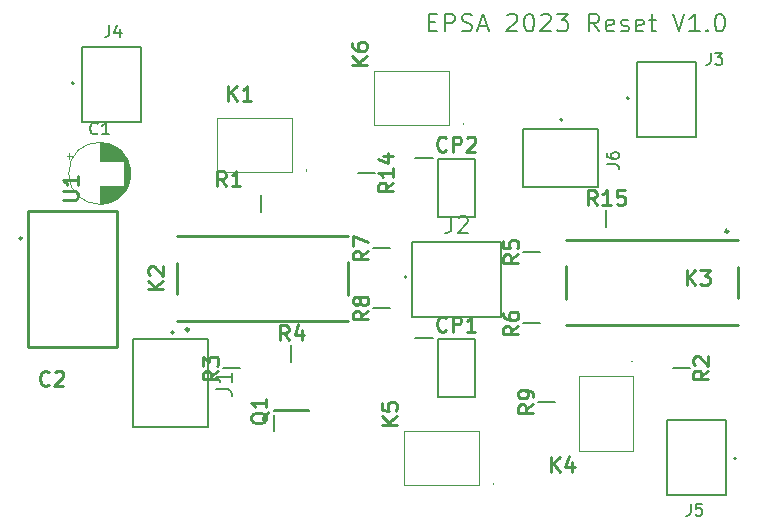
<source format=gbr>
%TF.GenerationSoftware,KiCad,Pcbnew,7.0.2*%
%TF.CreationDate,2023-06-01T11:44:41+02:00*%
%TF.ProjectId,AMS & IMD Reset,414d5320-2620-4494-9d44-205265736574,rev?*%
%TF.SameCoordinates,Original*%
%TF.FileFunction,Legend,Top*%
%TF.FilePolarity,Positive*%
%FSLAX46Y46*%
G04 Gerber Fmt 4.6, Leading zero omitted, Abs format (unit mm)*
G04 Created by KiCad (PCBNEW 7.0.2) date 2023-06-01 11:44:41*
%MOMM*%
%LPD*%
G01*
G04 APERTURE LIST*
%ADD10C,0.150000*%
%ADD11C,0.254000*%
%ADD12C,0.200000*%
%ADD13C,0.100000*%
%ADD14C,0.127000*%
%ADD15C,0.120000*%
G04 APERTURE END LIST*
D10*
X155140001Y-78368214D02*
X155640001Y-78368214D01*
X155854287Y-79153928D02*
X155140001Y-79153928D01*
X155140001Y-79153928D02*
X155140001Y-77653928D01*
X155140001Y-77653928D02*
X155854287Y-77653928D01*
X156497144Y-79153928D02*
X156497144Y-77653928D01*
X156497144Y-77653928D02*
X157068573Y-77653928D01*
X157068573Y-77653928D02*
X157211430Y-77725357D01*
X157211430Y-77725357D02*
X157282859Y-77796785D01*
X157282859Y-77796785D02*
X157354287Y-77939642D01*
X157354287Y-77939642D02*
X157354287Y-78153928D01*
X157354287Y-78153928D02*
X157282859Y-78296785D01*
X157282859Y-78296785D02*
X157211430Y-78368214D01*
X157211430Y-78368214D02*
X157068573Y-78439642D01*
X157068573Y-78439642D02*
X156497144Y-78439642D01*
X157925716Y-79082500D02*
X158140002Y-79153928D01*
X158140002Y-79153928D02*
X158497144Y-79153928D01*
X158497144Y-79153928D02*
X158640002Y-79082500D01*
X158640002Y-79082500D02*
X158711430Y-79011071D01*
X158711430Y-79011071D02*
X158782859Y-78868214D01*
X158782859Y-78868214D02*
X158782859Y-78725357D01*
X158782859Y-78725357D02*
X158711430Y-78582500D01*
X158711430Y-78582500D02*
X158640002Y-78511071D01*
X158640002Y-78511071D02*
X158497144Y-78439642D01*
X158497144Y-78439642D02*
X158211430Y-78368214D01*
X158211430Y-78368214D02*
X158068573Y-78296785D01*
X158068573Y-78296785D02*
X157997144Y-78225357D01*
X157997144Y-78225357D02*
X157925716Y-78082500D01*
X157925716Y-78082500D02*
X157925716Y-77939642D01*
X157925716Y-77939642D02*
X157997144Y-77796785D01*
X157997144Y-77796785D02*
X158068573Y-77725357D01*
X158068573Y-77725357D02*
X158211430Y-77653928D01*
X158211430Y-77653928D02*
X158568573Y-77653928D01*
X158568573Y-77653928D02*
X158782859Y-77725357D01*
X159354287Y-78725357D02*
X160068573Y-78725357D01*
X159211430Y-79153928D02*
X159711430Y-77653928D01*
X159711430Y-77653928D02*
X160211430Y-79153928D01*
X161782858Y-77796785D02*
X161854286Y-77725357D01*
X161854286Y-77725357D02*
X161997144Y-77653928D01*
X161997144Y-77653928D02*
X162354286Y-77653928D01*
X162354286Y-77653928D02*
X162497144Y-77725357D01*
X162497144Y-77725357D02*
X162568572Y-77796785D01*
X162568572Y-77796785D02*
X162640001Y-77939642D01*
X162640001Y-77939642D02*
X162640001Y-78082500D01*
X162640001Y-78082500D02*
X162568572Y-78296785D01*
X162568572Y-78296785D02*
X161711429Y-79153928D01*
X161711429Y-79153928D02*
X162640001Y-79153928D01*
X163568572Y-77653928D02*
X163711429Y-77653928D01*
X163711429Y-77653928D02*
X163854286Y-77725357D01*
X163854286Y-77725357D02*
X163925715Y-77796785D01*
X163925715Y-77796785D02*
X163997143Y-77939642D01*
X163997143Y-77939642D02*
X164068572Y-78225357D01*
X164068572Y-78225357D02*
X164068572Y-78582500D01*
X164068572Y-78582500D02*
X163997143Y-78868214D01*
X163997143Y-78868214D02*
X163925715Y-79011071D01*
X163925715Y-79011071D02*
X163854286Y-79082500D01*
X163854286Y-79082500D02*
X163711429Y-79153928D01*
X163711429Y-79153928D02*
X163568572Y-79153928D01*
X163568572Y-79153928D02*
X163425715Y-79082500D01*
X163425715Y-79082500D02*
X163354286Y-79011071D01*
X163354286Y-79011071D02*
X163282857Y-78868214D01*
X163282857Y-78868214D02*
X163211429Y-78582500D01*
X163211429Y-78582500D02*
X163211429Y-78225357D01*
X163211429Y-78225357D02*
X163282857Y-77939642D01*
X163282857Y-77939642D02*
X163354286Y-77796785D01*
X163354286Y-77796785D02*
X163425715Y-77725357D01*
X163425715Y-77725357D02*
X163568572Y-77653928D01*
X164640000Y-77796785D02*
X164711428Y-77725357D01*
X164711428Y-77725357D02*
X164854286Y-77653928D01*
X164854286Y-77653928D02*
X165211428Y-77653928D01*
X165211428Y-77653928D02*
X165354286Y-77725357D01*
X165354286Y-77725357D02*
X165425714Y-77796785D01*
X165425714Y-77796785D02*
X165497143Y-77939642D01*
X165497143Y-77939642D02*
X165497143Y-78082500D01*
X165497143Y-78082500D02*
X165425714Y-78296785D01*
X165425714Y-78296785D02*
X164568571Y-79153928D01*
X164568571Y-79153928D02*
X165497143Y-79153928D01*
X165997142Y-77653928D02*
X166925714Y-77653928D01*
X166925714Y-77653928D02*
X166425714Y-78225357D01*
X166425714Y-78225357D02*
X166639999Y-78225357D01*
X166639999Y-78225357D02*
X166782857Y-78296785D01*
X166782857Y-78296785D02*
X166854285Y-78368214D01*
X166854285Y-78368214D02*
X166925714Y-78511071D01*
X166925714Y-78511071D02*
X166925714Y-78868214D01*
X166925714Y-78868214D02*
X166854285Y-79011071D01*
X166854285Y-79011071D02*
X166782857Y-79082500D01*
X166782857Y-79082500D02*
X166639999Y-79153928D01*
X166639999Y-79153928D02*
X166211428Y-79153928D01*
X166211428Y-79153928D02*
X166068571Y-79082500D01*
X166068571Y-79082500D02*
X165997142Y-79011071D01*
X169568570Y-79153928D02*
X169068570Y-78439642D01*
X168711427Y-79153928D02*
X168711427Y-77653928D01*
X168711427Y-77653928D02*
X169282856Y-77653928D01*
X169282856Y-77653928D02*
X169425713Y-77725357D01*
X169425713Y-77725357D02*
X169497142Y-77796785D01*
X169497142Y-77796785D02*
X169568570Y-77939642D01*
X169568570Y-77939642D02*
X169568570Y-78153928D01*
X169568570Y-78153928D02*
X169497142Y-78296785D01*
X169497142Y-78296785D02*
X169425713Y-78368214D01*
X169425713Y-78368214D02*
X169282856Y-78439642D01*
X169282856Y-78439642D02*
X168711427Y-78439642D01*
X170782856Y-79082500D02*
X170639999Y-79153928D01*
X170639999Y-79153928D02*
X170354285Y-79153928D01*
X170354285Y-79153928D02*
X170211427Y-79082500D01*
X170211427Y-79082500D02*
X170139999Y-78939642D01*
X170139999Y-78939642D02*
X170139999Y-78368214D01*
X170139999Y-78368214D02*
X170211427Y-78225357D01*
X170211427Y-78225357D02*
X170354285Y-78153928D01*
X170354285Y-78153928D02*
X170639999Y-78153928D01*
X170639999Y-78153928D02*
X170782856Y-78225357D01*
X170782856Y-78225357D02*
X170854285Y-78368214D01*
X170854285Y-78368214D02*
X170854285Y-78511071D01*
X170854285Y-78511071D02*
X170139999Y-78653928D01*
X171425713Y-79082500D02*
X171568570Y-79153928D01*
X171568570Y-79153928D02*
X171854284Y-79153928D01*
X171854284Y-79153928D02*
X171997141Y-79082500D01*
X171997141Y-79082500D02*
X172068570Y-78939642D01*
X172068570Y-78939642D02*
X172068570Y-78868214D01*
X172068570Y-78868214D02*
X171997141Y-78725357D01*
X171997141Y-78725357D02*
X171854284Y-78653928D01*
X171854284Y-78653928D02*
X171639999Y-78653928D01*
X171639999Y-78653928D02*
X171497141Y-78582500D01*
X171497141Y-78582500D02*
X171425713Y-78439642D01*
X171425713Y-78439642D02*
X171425713Y-78368214D01*
X171425713Y-78368214D02*
X171497141Y-78225357D01*
X171497141Y-78225357D02*
X171639999Y-78153928D01*
X171639999Y-78153928D02*
X171854284Y-78153928D01*
X171854284Y-78153928D02*
X171997141Y-78225357D01*
X173282856Y-79082500D02*
X173139999Y-79153928D01*
X173139999Y-79153928D02*
X172854285Y-79153928D01*
X172854285Y-79153928D02*
X172711427Y-79082500D01*
X172711427Y-79082500D02*
X172639999Y-78939642D01*
X172639999Y-78939642D02*
X172639999Y-78368214D01*
X172639999Y-78368214D02*
X172711427Y-78225357D01*
X172711427Y-78225357D02*
X172854285Y-78153928D01*
X172854285Y-78153928D02*
X173139999Y-78153928D01*
X173139999Y-78153928D02*
X173282856Y-78225357D01*
X173282856Y-78225357D02*
X173354285Y-78368214D01*
X173354285Y-78368214D02*
X173354285Y-78511071D01*
X173354285Y-78511071D02*
X172639999Y-78653928D01*
X173782856Y-78153928D02*
X174354284Y-78153928D01*
X173997141Y-77653928D02*
X173997141Y-78939642D01*
X173997141Y-78939642D02*
X174068570Y-79082500D01*
X174068570Y-79082500D02*
X174211427Y-79153928D01*
X174211427Y-79153928D02*
X174354284Y-79153928D01*
X175782856Y-77653928D02*
X176282856Y-79153928D01*
X176282856Y-79153928D02*
X176782856Y-77653928D01*
X178068570Y-79153928D02*
X177211427Y-79153928D01*
X177639998Y-79153928D02*
X177639998Y-77653928D01*
X177639998Y-77653928D02*
X177497141Y-77868214D01*
X177497141Y-77868214D02*
X177354284Y-78011071D01*
X177354284Y-78011071D02*
X177211427Y-78082500D01*
X178711426Y-79011071D02*
X178782855Y-79082500D01*
X178782855Y-79082500D02*
X178711426Y-79153928D01*
X178711426Y-79153928D02*
X178639998Y-79082500D01*
X178639998Y-79082500D02*
X178711426Y-79011071D01*
X178711426Y-79011071D02*
X178711426Y-79153928D01*
X179711427Y-77653928D02*
X179854284Y-77653928D01*
X179854284Y-77653928D02*
X179997141Y-77725357D01*
X179997141Y-77725357D02*
X180068570Y-77796785D01*
X180068570Y-77796785D02*
X180139998Y-77939642D01*
X180139998Y-77939642D02*
X180211427Y-78225357D01*
X180211427Y-78225357D02*
X180211427Y-78582500D01*
X180211427Y-78582500D02*
X180139998Y-78868214D01*
X180139998Y-78868214D02*
X180068570Y-79011071D01*
X180068570Y-79011071D02*
X179997141Y-79082500D01*
X179997141Y-79082500D02*
X179854284Y-79153928D01*
X179854284Y-79153928D02*
X179711427Y-79153928D01*
X179711427Y-79153928D02*
X179568570Y-79082500D01*
X179568570Y-79082500D02*
X179497141Y-79011071D01*
X179497141Y-79011071D02*
X179425712Y-78868214D01*
X179425712Y-78868214D02*
X179354284Y-78582500D01*
X179354284Y-78582500D02*
X179354284Y-78225357D01*
X179354284Y-78225357D02*
X179425712Y-77939642D01*
X179425712Y-77939642D02*
X179497141Y-77796785D01*
X179497141Y-77796785D02*
X179568570Y-77725357D01*
X179568570Y-77725357D02*
X179711427Y-77653928D01*
%TO.C,*%
D11*
%TO.C,R15*%
X169351670Y-93855555D02*
X168928336Y-93250793D01*
X168625955Y-93855555D02*
X168625955Y-92585555D01*
X168625955Y-92585555D02*
X169109765Y-92585555D01*
X169109765Y-92585555D02*
X169230717Y-92646031D01*
X169230717Y-92646031D02*
X169291194Y-92706507D01*
X169291194Y-92706507D02*
X169351670Y-92827459D01*
X169351670Y-92827459D02*
X169351670Y-93008888D01*
X169351670Y-93008888D02*
X169291194Y-93129840D01*
X169291194Y-93129840D02*
X169230717Y-93190317D01*
X169230717Y-93190317D02*
X169109765Y-93250793D01*
X169109765Y-93250793D02*
X168625955Y-93250793D01*
X170561194Y-93855555D02*
X169835479Y-93855555D01*
X170198336Y-93855555D02*
X170198336Y-92585555D01*
X170198336Y-92585555D02*
X170077384Y-92766983D01*
X170077384Y-92766983D02*
X169956432Y-92887936D01*
X169956432Y-92887936D02*
X169835479Y-92948412D01*
X171710241Y-92585555D02*
X171105479Y-92585555D01*
X171105479Y-92585555D02*
X171045003Y-93190317D01*
X171045003Y-93190317D02*
X171105479Y-93129840D01*
X171105479Y-93129840D02*
X171226432Y-93069364D01*
X171226432Y-93069364D02*
X171528813Y-93069364D01*
X171528813Y-93069364D02*
X171649765Y-93129840D01*
X171649765Y-93129840D02*
X171710241Y-93190317D01*
X171710241Y-93190317D02*
X171770718Y-93311269D01*
X171770718Y-93311269D02*
X171770718Y-93613650D01*
X171770718Y-93613650D02*
X171710241Y-93734602D01*
X171710241Y-93734602D02*
X171649765Y-93795079D01*
X171649765Y-93795079D02*
X171528813Y-93855555D01*
X171528813Y-93855555D02*
X171226432Y-93855555D01*
X171226432Y-93855555D02*
X171105479Y-93795079D01*
X171105479Y-93795079D02*
X171045003Y-93734602D01*
%TO.C,K6*%
X149905822Y-81984313D02*
X148635822Y-81984313D01*
X149905822Y-81258598D02*
X149180107Y-81802884D01*
X148635822Y-81258598D02*
X149361536Y-81984313D01*
X148635822Y-80170027D02*
X148635822Y-80411932D01*
X148635822Y-80411932D02*
X148696298Y-80532884D01*
X148696298Y-80532884D02*
X148756774Y-80593360D01*
X148756774Y-80593360D02*
X148938203Y-80714313D01*
X148938203Y-80714313D02*
X149180107Y-80774789D01*
X149180107Y-80774789D02*
X149663917Y-80774789D01*
X149663917Y-80774789D02*
X149784869Y-80714313D01*
X149784869Y-80714313D02*
X149845346Y-80653836D01*
X149845346Y-80653836D02*
X149905822Y-80532884D01*
X149905822Y-80532884D02*
X149905822Y-80290979D01*
X149905822Y-80290979D02*
X149845346Y-80170027D01*
X149845346Y-80170027D02*
X149784869Y-80109551D01*
X149784869Y-80109551D02*
X149663917Y-80049074D01*
X149663917Y-80049074D02*
X149361536Y-80049074D01*
X149361536Y-80049074D02*
X149240584Y-80109551D01*
X149240584Y-80109551D02*
X149180107Y-80170027D01*
X149180107Y-80170027D02*
X149119631Y-80290979D01*
X149119631Y-80290979D02*
X149119631Y-80532884D01*
X149119631Y-80532884D02*
X149180107Y-80653836D01*
X149180107Y-80653836D02*
X149240584Y-80714313D01*
X149240584Y-80714313D02*
X149361536Y-80774789D01*
%TO.C,R3*%
X137315555Y-107893567D02*
X136710793Y-108316901D01*
X137315555Y-108619282D02*
X136045555Y-108619282D01*
X136045555Y-108619282D02*
X136045555Y-108135472D01*
X136045555Y-108135472D02*
X136106031Y-108014520D01*
X136106031Y-108014520D02*
X136166507Y-107954043D01*
X136166507Y-107954043D02*
X136287459Y-107893567D01*
X136287459Y-107893567D02*
X136468888Y-107893567D01*
X136468888Y-107893567D02*
X136589840Y-107954043D01*
X136589840Y-107954043D02*
X136650317Y-108014520D01*
X136650317Y-108014520D02*
X136710793Y-108135472D01*
X136710793Y-108135472D02*
X136710793Y-108619282D01*
X136045555Y-107470234D02*
X136045555Y-106684043D01*
X136045555Y-106684043D02*
X136529364Y-107107377D01*
X136529364Y-107107377D02*
X136529364Y-106925948D01*
X136529364Y-106925948D02*
X136589840Y-106804996D01*
X136589840Y-106804996D02*
X136650317Y-106744520D01*
X136650317Y-106744520D02*
X136771269Y-106684043D01*
X136771269Y-106684043D02*
X137073650Y-106684043D01*
X137073650Y-106684043D02*
X137194602Y-106744520D01*
X137194602Y-106744520D02*
X137255079Y-106804996D01*
X137255079Y-106804996D02*
X137315555Y-106925948D01*
X137315555Y-106925948D02*
X137315555Y-107288805D01*
X137315555Y-107288805D02*
X137255079Y-107409758D01*
X137255079Y-107409758D02*
X137194602Y-107470234D01*
%TO.C,R7*%
X150015555Y-97733567D02*
X149410793Y-98156901D01*
X150015555Y-98459282D02*
X148745555Y-98459282D01*
X148745555Y-98459282D02*
X148745555Y-97975472D01*
X148745555Y-97975472D02*
X148806031Y-97854520D01*
X148806031Y-97854520D02*
X148866507Y-97794043D01*
X148866507Y-97794043D02*
X148987459Y-97733567D01*
X148987459Y-97733567D02*
X149168888Y-97733567D01*
X149168888Y-97733567D02*
X149289840Y-97794043D01*
X149289840Y-97794043D02*
X149350317Y-97854520D01*
X149350317Y-97854520D02*
X149410793Y-97975472D01*
X149410793Y-97975472D02*
X149410793Y-98459282D01*
X148745555Y-97310234D02*
X148745555Y-96463567D01*
X148745555Y-96463567D02*
X150015555Y-97007853D01*
%TO.C,K5*%
X152445822Y-112464313D02*
X151175822Y-112464313D01*
X152445822Y-111738598D02*
X151720107Y-112282884D01*
X151175822Y-111738598D02*
X151901536Y-112464313D01*
X151175822Y-110589551D02*
X151175822Y-111194313D01*
X151175822Y-111194313D02*
X151780584Y-111254789D01*
X151780584Y-111254789D02*
X151720107Y-111194313D01*
X151720107Y-111194313D02*
X151659631Y-111073360D01*
X151659631Y-111073360D02*
X151659631Y-110770979D01*
X151659631Y-110770979D02*
X151720107Y-110650027D01*
X151720107Y-110650027D02*
X151780584Y-110589551D01*
X151780584Y-110589551D02*
X151901536Y-110529074D01*
X151901536Y-110529074D02*
X152203917Y-110529074D01*
X152203917Y-110529074D02*
X152324869Y-110589551D01*
X152324869Y-110589551D02*
X152385346Y-110650027D01*
X152385346Y-110650027D02*
X152445822Y-110770979D01*
X152445822Y-110770979D02*
X152445822Y-111073360D01*
X152445822Y-111073360D02*
X152385346Y-111194313D01*
X152385346Y-111194313D02*
X152324869Y-111254789D01*
%TO.C,C2*%
X122989956Y-109049305D02*
X122929480Y-109109782D01*
X122929480Y-109109782D02*
X122748051Y-109170258D01*
X122748051Y-109170258D02*
X122627099Y-109170258D01*
X122627099Y-109170258D02*
X122445670Y-109109782D01*
X122445670Y-109109782D02*
X122324718Y-108988829D01*
X122324718Y-108988829D02*
X122264241Y-108867877D01*
X122264241Y-108867877D02*
X122203765Y-108625972D01*
X122203765Y-108625972D02*
X122203765Y-108444543D01*
X122203765Y-108444543D02*
X122264241Y-108202639D01*
X122264241Y-108202639D02*
X122324718Y-108081686D01*
X122324718Y-108081686D02*
X122445670Y-107960734D01*
X122445670Y-107960734D02*
X122627099Y-107900258D01*
X122627099Y-107900258D02*
X122748051Y-107900258D01*
X122748051Y-107900258D02*
X122929480Y-107960734D01*
X122929480Y-107960734D02*
X122989956Y-108021210D01*
X123473765Y-108021210D02*
X123534241Y-107960734D01*
X123534241Y-107960734D02*
X123655194Y-107900258D01*
X123655194Y-107900258D02*
X123957575Y-107900258D01*
X123957575Y-107900258D02*
X124078527Y-107960734D01*
X124078527Y-107960734D02*
X124139003Y-108021210D01*
X124139003Y-108021210D02*
X124199480Y-108142162D01*
X124199480Y-108142162D02*
X124199480Y-108263115D01*
X124199480Y-108263115D02*
X124139003Y-108444543D01*
X124139003Y-108444543D02*
X123413289Y-109170258D01*
X123413289Y-109170258D02*
X124199480Y-109170258D01*
D10*
%TO.C,J3*%
X178990666Y-80970619D02*
X178990666Y-81684904D01*
X178990666Y-81684904D02*
X178943047Y-81827761D01*
X178943047Y-81827761D02*
X178847809Y-81923000D01*
X178847809Y-81923000D02*
X178704952Y-81970619D01*
X178704952Y-81970619D02*
X178609714Y-81970619D01*
X179371619Y-80970619D02*
X179990666Y-80970619D01*
X179990666Y-80970619D02*
X179657333Y-81351571D01*
X179657333Y-81351571D02*
X179800190Y-81351571D01*
X179800190Y-81351571D02*
X179895428Y-81399190D01*
X179895428Y-81399190D02*
X179943047Y-81446809D01*
X179943047Y-81446809D02*
X179990666Y-81542047D01*
X179990666Y-81542047D02*
X179990666Y-81780142D01*
X179990666Y-81780142D02*
X179943047Y-81875380D01*
X179943047Y-81875380D02*
X179895428Y-81923000D01*
X179895428Y-81923000D02*
X179800190Y-81970619D01*
X179800190Y-81970619D02*
X179514476Y-81970619D01*
X179514476Y-81970619D02*
X179419238Y-81923000D01*
X179419238Y-81923000D02*
X179371619Y-81875380D01*
D11*
%TO.C,CP1*%
X156612332Y-104440273D02*
X156551856Y-104500750D01*
X156551856Y-104500750D02*
X156370427Y-104561226D01*
X156370427Y-104561226D02*
X156249475Y-104561226D01*
X156249475Y-104561226D02*
X156068046Y-104500750D01*
X156068046Y-104500750D02*
X155947094Y-104379797D01*
X155947094Y-104379797D02*
X155886617Y-104258845D01*
X155886617Y-104258845D02*
X155826141Y-104016940D01*
X155826141Y-104016940D02*
X155826141Y-103835511D01*
X155826141Y-103835511D02*
X155886617Y-103593607D01*
X155886617Y-103593607D02*
X155947094Y-103472654D01*
X155947094Y-103472654D02*
X156068046Y-103351702D01*
X156068046Y-103351702D02*
X156249475Y-103291226D01*
X156249475Y-103291226D02*
X156370427Y-103291226D01*
X156370427Y-103291226D02*
X156551856Y-103351702D01*
X156551856Y-103351702D02*
X156612332Y-103412178D01*
X157156617Y-104561226D02*
X157156617Y-103291226D01*
X157156617Y-103291226D02*
X157640427Y-103291226D01*
X157640427Y-103291226D02*
X157761379Y-103351702D01*
X157761379Y-103351702D02*
X157821856Y-103412178D01*
X157821856Y-103412178D02*
X157882332Y-103533130D01*
X157882332Y-103533130D02*
X157882332Y-103714559D01*
X157882332Y-103714559D02*
X157821856Y-103835511D01*
X157821856Y-103835511D02*
X157761379Y-103895988D01*
X157761379Y-103895988D02*
X157640427Y-103956464D01*
X157640427Y-103956464D02*
X157156617Y-103956464D01*
X159091856Y-104561226D02*
X158366141Y-104561226D01*
X158728998Y-104561226D02*
X158728998Y-103291226D01*
X158728998Y-103291226D02*
X158608046Y-103472654D01*
X158608046Y-103472654D02*
X158487094Y-103593607D01*
X158487094Y-103593607D02*
X158366141Y-103654083D01*
D10*
%TO.C,J1*%
X137086666Y-109451666D02*
X138086666Y-109451666D01*
X138086666Y-109451666D02*
X138286666Y-109518333D01*
X138286666Y-109518333D02*
X138420000Y-109651666D01*
X138420000Y-109651666D02*
X138486666Y-109851666D01*
X138486666Y-109851666D02*
X138486666Y-109985000D01*
X138486666Y-108051666D02*
X138486666Y-108851666D01*
X138486666Y-108451666D02*
X137086666Y-108451666D01*
X137086666Y-108451666D02*
X137286666Y-108584999D01*
X137286666Y-108584999D02*
X137420000Y-108718333D01*
X137420000Y-108718333D02*
X137486666Y-108851666D01*
D11*
%TO.C,R9*%
X163985555Y-110713567D02*
X163380793Y-111136901D01*
X163985555Y-111439282D02*
X162715555Y-111439282D01*
X162715555Y-111439282D02*
X162715555Y-110955472D01*
X162715555Y-110955472D02*
X162776031Y-110834520D01*
X162776031Y-110834520D02*
X162836507Y-110774043D01*
X162836507Y-110774043D02*
X162957459Y-110713567D01*
X162957459Y-110713567D02*
X163138888Y-110713567D01*
X163138888Y-110713567D02*
X163259840Y-110774043D01*
X163259840Y-110774043D02*
X163320317Y-110834520D01*
X163320317Y-110834520D02*
X163380793Y-110955472D01*
X163380793Y-110955472D02*
X163380793Y-111439282D01*
X163985555Y-110108805D02*
X163985555Y-109866901D01*
X163985555Y-109866901D02*
X163925079Y-109745948D01*
X163925079Y-109745948D02*
X163864602Y-109685472D01*
X163864602Y-109685472D02*
X163683174Y-109564520D01*
X163683174Y-109564520D02*
X163441269Y-109504043D01*
X163441269Y-109504043D02*
X162957459Y-109504043D01*
X162957459Y-109504043D02*
X162836507Y-109564520D01*
X162836507Y-109564520D02*
X162776031Y-109624996D01*
X162776031Y-109624996D02*
X162715555Y-109745948D01*
X162715555Y-109745948D02*
X162715555Y-109987853D01*
X162715555Y-109987853D02*
X162776031Y-110108805D01*
X162776031Y-110108805D02*
X162836507Y-110169282D01*
X162836507Y-110169282D02*
X162957459Y-110229758D01*
X162957459Y-110229758D02*
X163259840Y-110229758D01*
X163259840Y-110229758D02*
X163380793Y-110169282D01*
X163380793Y-110169282D02*
X163441269Y-110108805D01*
X163441269Y-110108805D02*
X163501745Y-109987853D01*
X163501745Y-109987853D02*
X163501745Y-109745948D01*
X163501745Y-109745948D02*
X163441269Y-109624996D01*
X163441269Y-109624996D02*
X163380793Y-109564520D01*
X163380793Y-109564520D02*
X163259840Y-109504043D01*
%TO.C,K3*%
X176974118Y-100637526D02*
X176974118Y-99367526D01*
X177699833Y-100637526D02*
X177155547Y-99911811D01*
X177699833Y-99367526D02*
X176974118Y-100093240D01*
X178123166Y-99367526D02*
X178909357Y-99367526D01*
X178909357Y-99367526D02*
X178486023Y-99851335D01*
X178486023Y-99851335D02*
X178667452Y-99851335D01*
X178667452Y-99851335D02*
X178788404Y-99911811D01*
X178788404Y-99911811D02*
X178848880Y-99972288D01*
X178848880Y-99972288D02*
X178909357Y-100093240D01*
X178909357Y-100093240D02*
X178909357Y-100395621D01*
X178909357Y-100395621D02*
X178848880Y-100516573D01*
X178848880Y-100516573D02*
X178788404Y-100577050D01*
X178788404Y-100577050D02*
X178667452Y-100637526D01*
X178667452Y-100637526D02*
X178304595Y-100637526D01*
X178304595Y-100637526D02*
X178183642Y-100577050D01*
X178183642Y-100577050D02*
X178123166Y-100516573D01*
D10*
%TO.C,J5*%
X177311666Y-119137619D02*
X177311666Y-119851904D01*
X177311666Y-119851904D02*
X177264047Y-119994761D01*
X177264047Y-119994761D02*
X177168809Y-120090000D01*
X177168809Y-120090000D02*
X177025952Y-120137619D01*
X177025952Y-120137619D02*
X176930714Y-120137619D01*
X178264047Y-119137619D02*
X177787857Y-119137619D01*
X177787857Y-119137619D02*
X177740238Y-119613809D01*
X177740238Y-119613809D02*
X177787857Y-119566190D01*
X177787857Y-119566190D02*
X177883095Y-119518571D01*
X177883095Y-119518571D02*
X178121190Y-119518571D01*
X178121190Y-119518571D02*
X178216428Y-119566190D01*
X178216428Y-119566190D02*
X178264047Y-119613809D01*
X178264047Y-119613809D02*
X178311666Y-119709047D01*
X178311666Y-119709047D02*
X178311666Y-119947142D01*
X178311666Y-119947142D02*
X178264047Y-120042380D01*
X178264047Y-120042380D02*
X178216428Y-120090000D01*
X178216428Y-120090000D02*
X178121190Y-120137619D01*
X178121190Y-120137619D02*
X177883095Y-120137619D01*
X177883095Y-120137619D02*
X177787857Y-120090000D01*
X177787857Y-120090000D02*
X177740238Y-120042380D01*
D11*
%TO.C,CP2*%
X156612332Y-89200273D02*
X156551856Y-89260750D01*
X156551856Y-89260750D02*
X156370427Y-89321226D01*
X156370427Y-89321226D02*
X156249475Y-89321226D01*
X156249475Y-89321226D02*
X156068046Y-89260750D01*
X156068046Y-89260750D02*
X155947094Y-89139797D01*
X155947094Y-89139797D02*
X155886617Y-89018845D01*
X155886617Y-89018845D02*
X155826141Y-88776940D01*
X155826141Y-88776940D02*
X155826141Y-88595511D01*
X155826141Y-88595511D02*
X155886617Y-88353607D01*
X155886617Y-88353607D02*
X155947094Y-88232654D01*
X155947094Y-88232654D02*
X156068046Y-88111702D01*
X156068046Y-88111702D02*
X156249475Y-88051226D01*
X156249475Y-88051226D02*
X156370427Y-88051226D01*
X156370427Y-88051226D02*
X156551856Y-88111702D01*
X156551856Y-88111702D02*
X156612332Y-88172178D01*
X157156617Y-89321226D02*
X157156617Y-88051226D01*
X157156617Y-88051226D02*
X157640427Y-88051226D01*
X157640427Y-88051226D02*
X157761379Y-88111702D01*
X157761379Y-88111702D02*
X157821856Y-88172178D01*
X157821856Y-88172178D02*
X157882332Y-88293130D01*
X157882332Y-88293130D02*
X157882332Y-88474559D01*
X157882332Y-88474559D02*
X157821856Y-88595511D01*
X157821856Y-88595511D02*
X157761379Y-88655988D01*
X157761379Y-88655988D02*
X157640427Y-88716464D01*
X157640427Y-88716464D02*
X157156617Y-88716464D01*
X158366141Y-88172178D02*
X158426617Y-88111702D01*
X158426617Y-88111702D02*
X158547570Y-88051226D01*
X158547570Y-88051226D02*
X158849951Y-88051226D01*
X158849951Y-88051226D02*
X158970903Y-88111702D01*
X158970903Y-88111702D02*
X159031379Y-88172178D01*
X159031379Y-88172178D02*
X159091856Y-88293130D01*
X159091856Y-88293130D02*
X159091856Y-88414083D01*
X159091856Y-88414083D02*
X159031379Y-88595511D01*
X159031379Y-88595511D02*
X158305665Y-89321226D01*
X158305665Y-89321226D02*
X159091856Y-89321226D01*
%TO.C,R6*%
X162715555Y-104083567D02*
X162110793Y-104506901D01*
X162715555Y-104809282D02*
X161445555Y-104809282D01*
X161445555Y-104809282D02*
X161445555Y-104325472D01*
X161445555Y-104325472D02*
X161506031Y-104204520D01*
X161506031Y-104204520D02*
X161566507Y-104144043D01*
X161566507Y-104144043D02*
X161687459Y-104083567D01*
X161687459Y-104083567D02*
X161868888Y-104083567D01*
X161868888Y-104083567D02*
X161989840Y-104144043D01*
X161989840Y-104144043D02*
X162050317Y-104204520D01*
X162050317Y-104204520D02*
X162110793Y-104325472D01*
X162110793Y-104325472D02*
X162110793Y-104809282D01*
X161445555Y-102994996D02*
X161445555Y-103236901D01*
X161445555Y-103236901D02*
X161506031Y-103357853D01*
X161506031Y-103357853D02*
X161566507Y-103418329D01*
X161566507Y-103418329D02*
X161747936Y-103539282D01*
X161747936Y-103539282D02*
X161989840Y-103599758D01*
X161989840Y-103599758D02*
X162473650Y-103599758D01*
X162473650Y-103599758D02*
X162594602Y-103539282D01*
X162594602Y-103539282D02*
X162655079Y-103478805D01*
X162655079Y-103478805D02*
X162715555Y-103357853D01*
X162715555Y-103357853D02*
X162715555Y-103115948D01*
X162715555Y-103115948D02*
X162655079Y-102994996D01*
X162655079Y-102994996D02*
X162594602Y-102934520D01*
X162594602Y-102934520D02*
X162473650Y-102874043D01*
X162473650Y-102874043D02*
X162171269Y-102874043D01*
X162171269Y-102874043D02*
X162050317Y-102934520D01*
X162050317Y-102934520D02*
X161989840Y-102994996D01*
X161989840Y-102994996D02*
X161929364Y-103115948D01*
X161929364Y-103115948D02*
X161929364Y-103357853D01*
X161929364Y-103357853D02*
X161989840Y-103478805D01*
X161989840Y-103478805D02*
X162050317Y-103539282D01*
X162050317Y-103539282D02*
X162171269Y-103599758D01*
%TO.C,R14*%
X152149497Y-91964527D02*
X151544735Y-92387861D01*
X152149497Y-92690242D02*
X150879497Y-92690242D01*
X150879497Y-92690242D02*
X150879497Y-92206432D01*
X150879497Y-92206432D02*
X150939973Y-92085480D01*
X150939973Y-92085480D02*
X151000449Y-92025003D01*
X151000449Y-92025003D02*
X151121401Y-91964527D01*
X151121401Y-91964527D02*
X151302830Y-91964527D01*
X151302830Y-91964527D02*
X151423782Y-92025003D01*
X151423782Y-92025003D02*
X151484259Y-92085480D01*
X151484259Y-92085480D02*
X151544735Y-92206432D01*
X151544735Y-92206432D02*
X151544735Y-92690242D01*
X152149497Y-90755003D02*
X152149497Y-91480718D01*
X152149497Y-91117861D02*
X150879497Y-91117861D01*
X150879497Y-91117861D02*
X151060925Y-91238813D01*
X151060925Y-91238813D02*
X151181878Y-91359765D01*
X151181878Y-91359765D02*
X151242354Y-91480718D01*
X151302830Y-89666432D02*
X152149497Y-89666432D01*
X150819021Y-89968813D02*
X151726163Y-90271194D01*
X151726163Y-90271194D02*
X151726163Y-89485003D01*
%TO.C,R8*%
X150015555Y-102813567D02*
X149410793Y-103236901D01*
X150015555Y-103539282D02*
X148745555Y-103539282D01*
X148745555Y-103539282D02*
X148745555Y-103055472D01*
X148745555Y-103055472D02*
X148806031Y-102934520D01*
X148806031Y-102934520D02*
X148866507Y-102874043D01*
X148866507Y-102874043D02*
X148987459Y-102813567D01*
X148987459Y-102813567D02*
X149168888Y-102813567D01*
X149168888Y-102813567D02*
X149289840Y-102874043D01*
X149289840Y-102874043D02*
X149350317Y-102934520D01*
X149350317Y-102934520D02*
X149410793Y-103055472D01*
X149410793Y-103055472D02*
X149410793Y-103539282D01*
X149289840Y-102087853D02*
X149229364Y-102208805D01*
X149229364Y-102208805D02*
X149168888Y-102269282D01*
X149168888Y-102269282D02*
X149047936Y-102329758D01*
X149047936Y-102329758D02*
X148987459Y-102329758D01*
X148987459Y-102329758D02*
X148866507Y-102269282D01*
X148866507Y-102269282D02*
X148806031Y-102208805D01*
X148806031Y-102208805D02*
X148745555Y-102087853D01*
X148745555Y-102087853D02*
X148745555Y-101845948D01*
X148745555Y-101845948D02*
X148806031Y-101724996D01*
X148806031Y-101724996D02*
X148866507Y-101664520D01*
X148866507Y-101664520D02*
X148987459Y-101604043D01*
X148987459Y-101604043D02*
X149047936Y-101604043D01*
X149047936Y-101604043D02*
X149168888Y-101664520D01*
X149168888Y-101664520D02*
X149229364Y-101724996D01*
X149229364Y-101724996D02*
X149289840Y-101845948D01*
X149289840Y-101845948D02*
X149289840Y-102087853D01*
X149289840Y-102087853D02*
X149350317Y-102208805D01*
X149350317Y-102208805D02*
X149410793Y-102269282D01*
X149410793Y-102269282D02*
X149531745Y-102329758D01*
X149531745Y-102329758D02*
X149773650Y-102329758D01*
X149773650Y-102329758D02*
X149894602Y-102269282D01*
X149894602Y-102269282D02*
X149955079Y-102208805D01*
X149955079Y-102208805D02*
X150015555Y-102087853D01*
X150015555Y-102087853D02*
X150015555Y-101845948D01*
X150015555Y-101845948D02*
X149955079Y-101724996D01*
X149955079Y-101724996D02*
X149894602Y-101664520D01*
X149894602Y-101664520D02*
X149773650Y-101604043D01*
X149773650Y-101604043D02*
X149531745Y-101604043D01*
X149531745Y-101604043D02*
X149410793Y-101664520D01*
X149410793Y-101664520D02*
X149350317Y-101724996D01*
X149350317Y-101724996D02*
X149289840Y-101845948D01*
D10*
%TO.C,C1*%
X127103333Y-87777380D02*
X127055714Y-87825000D01*
X127055714Y-87825000D02*
X126912857Y-87872619D01*
X126912857Y-87872619D02*
X126817619Y-87872619D01*
X126817619Y-87872619D02*
X126674762Y-87825000D01*
X126674762Y-87825000D02*
X126579524Y-87729761D01*
X126579524Y-87729761D02*
X126531905Y-87634523D01*
X126531905Y-87634523D02*
X126484286Y-87444047D01*
X126484286Y-87444047D02*
X126484286Y-87301190D01*
X126484286Y-87301190D02*
X126531905Y-87110714D01*
X126531905Y-87110714D02*
X126579524Y-87015476D01*
X126579524Y-87015476D02*
X126674762Y-86920238D01*
X126674762Y-86920238D02*
X126817619Y-86872619D01*
X126817619Y-86872619D02*
X126912857Y-86872619D01*
X126912857Y-86872619D02*
X127055714Y-86920238D01*
X127055714Y-86920238D02*
X127103333Y-86967857D01*
X128055714Y-87872619D02*
X127484286Y-87872619D01*
X127770000Y-87872619D02*
X127770000Y-86872619D01*
X127770000Y-86872619D02*
X127674762Y-87015476D01*
X127674762Y-87015476D02*
X127579524Y-87110714D01*
X127579524Y-87110714D02*
X127484286Y-87158333D01*
%TO.C,J6*%
X170217619Y-90378333D02*
X170931904Y-90378333D01*
X170931904Y-90378333D02*
X171074761Y-90425952D01*
X171074761Y-90425952D02*
X171170000Y-90521190D01*
X171170000Y-90521190D02*
X171217619Y-90664047D01*
X171217619Y-90664047D02*
X171217619Y-90759285D01*
X170217619Y-89473571D02*
X170217619Y-89664047D01*
X170217619Y-89664047D02*
X170265238Y-89759285D01*
X170265238Y-89759285D02*
X170312857Y-89806904D01*
X170312857Y-89806904D02*
X170455714Y-89902142D01*
X170455714Y-89902142D02*
X170646190Y-89949761D01*
X170646190Y-89949761D02*
X171027142Y-89949761D01*
X171027142Y-89949761D02*
X171122380Y-89902142D01*
X171122380Y-89902142D02*
X171170000Y-89854523D01*
X171170000Y-89854523D02*
X171217619Y-89759285D01*
X171217619Y-89759285D02*
X171217619Y-89568809D01*
X171217619Y-89568809D02*
X171170000Y-89473571D01*
X171170000Y-89473571D02*
X171122380Y-89425952D01*
X171122380Y-89425952D02*
X171027142Y-89378333D01*
X171027142Y-89378333D02*
X170789047Y-89378333D01*
X170789047Y-89378333D02*
X170693809Y-89425952D01*
X170693809Y-89425952D02*
X170646190Y-89473571D01*
X170646190Y-89473571D02*
X170598571Y-89568809D01*
X170598571Y-89568809D02*
X170598571Y-89759285D01*
X170598571Y-89759285D02*
X170646190Y-89854523D01*
X170646190Y-89854523D02*
X170693809Y-89902142D01*
X170693809Y-89902142D02*
X170789047Y-89949761D01*
D11*
%TO.C,K2*%
X132667526Y-100987381D02*
X131397526Y-100987381D01*
X132667526Y-100261666D02*
X131941811Y-100805952D01*
X131397526Y-100261666D02*
X132123240Y-100987381D01*
X131518478Y-99777857D02*
X131458002Y-99717381D01*
X131458002Y-99717381D02*
X131397526Y-99596428D01*
X131397526Y-99596428D02*
X131397526Y-99294047D01*
X131397526Y-99294047D02*
X131458002Y-99173095D01*
X131458002Y-99173095D02*
X131518478Y-99112619D01*
X131518478Y-99112619D02*
X131639430Y-99052142D01*
X131639430Y-99052142D02*
X131760383Y-99052142D01*
X131760383Y-99052142D02*
X131941811Y-99112619D01*
X131941811Y-99112619D02*
X132667526Y-99838333D01*
X132667526Y-99838333D02*
X132667526Y-99052142D01*
%TO.C,R4*%
X143286432Y-105285555D02*
X142863098Y-104680793D01*
X142560717Y-105285555D02*
X142560717Y-104015555D01*
X142560717Y-104015555D02*
X143044527Y-104015555D01*
X143044527Y-104015555D02*
X143165479Y-104076031D01*
X143165479Y-104076031D02*
X143225956Y-104136507D01*
X143225956Y-104136507D02*
X143286432Y-104257459D01*
X143286432Y-104257459D02*
X143286432Y-104438888D01*
X143286432Y-104438888D02*
X143225956Y-104559840D01*
X143225956Y-104559840D02*
X143165479Y-104620317D01*
X143165479Y-104620317D02*
X143044527Y-104680793D01*
X143044527Y-104680793D02*
X142560717Y-104680793D01*
X144375003Y-104438888D02*
X144375003Y-105285555D01*
X144072622Y-103955079D02*
X143770241Y-104862221D01*
X143770241Y-104862221D02*
X144556432Y-104862221D01*
%TO.C,K1*%
X138172618Y-85016526D02*
X138172618Y-83746526D01*
X138898333Y-85016526D02*
X138354047Y-84290811D01*
X138898333Y-83746526D02*
X138172618Y-84472240D01*
X140107857Y-85016526D02*
X139382142Y-85016526D01*
X139744999Y-85016526D02*
X139744999Y-83746526D01*
X139744999Y-83746526D02*
X139624047Y-83927954D01*
X139624047Y-83927954D02*
X139503095Y-84048907D01*
X139503095Y-84048907D02*
X139382142Y-84109383D01*
D10*
%TO.C,J2*%
X157058333Y-94808666D02*
X157058333Y-95808666D01*
X157058333Y-95808666D02*
X156991666Y-96008666D01*
X156991666Y-96008666D02*
X156858333Y-96142000D01*
X156858333Y-96142000D02*
X156658333Y-96208666D01*
X156658333Y-96208666D02*
X156525000Y-96208666D01*
X157658333Y-94942000D02*
X157725000Y-94875333D01*
X157725000Y-94875333D02*
X157858333Y-94808666D01*
X157858333Y-94808666D02*
X158191667Y-94808666D01*
X158191667Y-94808666D02*
X158325000Y-94875333D01*
X158325000Y-94875333D02*
X158391667Y-94942000D01*
X158391667Y-94942000D02*
X158458333Y-95075333D01*
X158458333Y-95075333D02*
X158458333Y-95208666D01*
X158458333Y-95208666D02*
X158391667Y-95408666D01*
X158391667Y-95408666D02*
X157591667Y-96208666D01*
X157591667Y-96208666D02*
X158458333Y-96208666D01*
%TO.C,J4*%
X128091666Y-78617619D02*
X128091666Y-79331904D01*
X128091666Y-79331904D02*
X128044047Y-79474761D01*
X128044047Y-79474761D02*
X127948809Y-79570000D01*
X127948809Y-79570000D02*
X127805952Y-79617619D01*
X127805952Y-79617619D02*
X127710714Y-79617619D01*
X128996428Y-78950952D02*
X128996428Y-79617619D01*
X128758333Y-78570000D02*
X128520238Y-79284285D01*
X128520238Y-79284285D02*
X129139285Y-79284285D01*
D11*
%TO.C,R2*%
X178819497Y-107869765D02*
X178214735Y-108293099D01*
X178819497Y-108595480D02*
X177549497Y-108595480D01*
X177549497Y-108595480D02*
X177549497Y-108111670D01*
X177549497Y-108111670D02*
X177609973Y-107990718D01*
X177609973Y-107990718D02*
X177670449Y-107930241D01*
X177670449Y-107930241D02*
X177791401Y-107869765D01*
X177791401Y-107869765D02*
X177972830Y-107869765D01*
X177972830Y-107869765D02*
X178093782Y-107930241D01*
X178093782Y-107930241D02*
X178154259Y-107990718D01*
X178154259Y-107990718D02*
X178214735Y-108111670D01*
X178214735Y-108111670D02*
X178214735Y-108595480D01*
X177670449Y-107385956D02*
X177609973Y-107325480D01*
X177609973Y-107325480D02*
X177549497Y-107204527D01*
X177549497Y-107204527D02*
X177549497Y-106902146D01*
X177549497Y-106902146D02*
X177609973Y-106781194D01*
X177609973Y-106781194D02*
X177670449Y-106720718D01*
X177670449Y-106720718D02*
X177791401Y-106660241D01*
X177791401Y-106660241D02*
X177912354Y-106660241D01*
X177912354Y-106660241D02*
X178093782Y-106720718D01*
X178093782Y-106720718D02*
X178819497Y-107446432D01*
X178819497Y-107446432D02*
X178819497Y-106660241D01*
%TO.C,Q1*%
X141487916Y-111394536D02*
X141427440Y-111515488D01*
X141427440Y-111515488D02*
X141306488Y-111636441D01*
X141306488Y-111636441D02*
X141125059Y-111817869D01*
X141125059Y-111817869D02*
X141064583Y-111938822D01*
X141064583Y-111938822D02*
X141064583Y-112059774D01*
X141366964Y-111999298D02*
X141306488Y-112120250D01*
X141306488Y-112120250D02*
X141185535Y-112241203D01*
X141185535Y-112241203D02*
X140943630Y-112301679D01*
X140943630Y-112301679D02*
X140520297Y-112301679D01*
X140520297Y-112301679D02*
X140278392Y-112241203D01*
X140278392Y-112241203D02*
X140157440Y-112120250D01*
X140157440Y-112120250D02*
X140096964Y-111999298D01*
X140096964Y-111999298D02*
X140096964Y-111757393D01*
X140096964Y-111757393D02*
X140157440Y-111636441D01*
X140157440Y-111636441D02*
X140278392Y-111515488D01*
X140278392Y-111515488D02*
X140520297Y-111455012D01*
X140520297Y-111455012D02*
X140943630Y-111455012D01*
X140943630Y-111455012D02*
X141185535Y-111515488D01*
X141185535Y-111515488D02*
X141306488Y-111636441D01*
X141306488Y-111636441D02*
X141366964Y-111757393D01*
X141366964Y-111757393D02*
X141366964Y-111999298D01*
X141366964Y-110245488D02*
X141366964Y-110971203D01*
X141366964Y-110608346D02*
X140096964Y-110608346D01*
X140096964Y-110608346D02*
X140278392Y-110729298D01*
X140278392Y-110729298D02*
X140399345Y-110850250D01*
X140399345Y-110850250D02*
X140459821Y-110971203D01*
%TO.C,R5*%
X162715555Y-98013567D02*
X162110793Y-98436901D01*
X162715555Y-98739282D02*
X161445555Y-98739282D01*
X161445555Y-98739282D02*
X161445555Y-98255472D01*
X161445555Y-98255472D02*
X161506031Y-98134520D01*
X161506031Y-98134520D02*
X161566507Y-98074043D01*
X161566507Y-98074043D02*
X161687459Y-98013567D01*
X161687459Y-98013567D02*
X161868888Y-98013567D01*
X161868888Y-98013567D02*
X161989840Y-98074043D01*
X161989840Y-98074043D02*
X162050317Y-98134520D01*
X162050317Y-98134520D02*
X162110793Y-98255472D01*
X162110793Y-98255472D02*
X162110793Y-98739282D01*
X161445555Y-96864520D02*
X161445555Y-97469282D01*
X161445555Y-97469282D02*
X162050317Y-97529758D01*
X162050317Y-97529758D02*
X161989840Y-97469282D01*
X161989840Y-97469282D02*
X161929364Y-97348329D01*
X161929364Y-97348329D02*
X161929364Y-97045948D01*
X161929364Y-97045948D02*
X161989840Y-96924996D01*
X161989840Y-96924996D02*
X162050317Y-96864520D01*
X162050317Y-96864520D02*
X162171269Y-96804043D01*
X162171269Y-96804043D02*
X162473650Y-96804043D01*
X162473650Y-96804043D02*
X162594602Y-96864520D01*
X162594602Y-96864520D02*
X162655079Y-96924996D01*
X162655079Y-96924996D02*
X162715555Y-97045948D01*
X162715555Y-97045948D02*
X162715555Y-97348329D01*
X162715555Y-97348329D02*
X162655079Y-97469282D01*
X162655079Y-97469282D02*
X162594602Y-97529758D01*
%TO.C,R1*%
X137964333Y-92255526D02*
X137540999Y-91650764D01*
X137238618Y-92255526D02*
X137238618Y-90985526D01*
X137238618Y-90985526D02*
X137722428Y-90985526D01*
X137722428Y-90985526D02*
X137843380Y-91046002D01*
X137843380Y-91046002D02*
X137903857Y-91106478D01*
X137903857Y-91106478D02*
X137964333Y-91227430D01*
X137964333Y-91227430D02*
X137964333Y-91408859D01*
X137964333Y-91408859D02*
X137903857Y-91529811D01*
X137903857Y-91529811D02*
X137843380Y-91590288D01*
X137843380Y-91590288D02*
X137722428Y-91650764D01*
X137722428Y-91650764D02*
X137238618Y-91650764D01*
X139173857Y-92255526D02*
X138448142Y-92255526D01*
X138810999Y-92255526D02*
X138810999Y-90985526D01*
X138810999Y-90985526D02*
X138690047Y-91166954D01*
X138690047Y-91166954D02*
X138569095Y-91287907D01*
X138569095Y-91287907D02*
X138448142Y-91348383D01*
%TO.C,K4*%
X165479550Y-116419230D02*
X165479550Y-115149230D01*
X166205265Y-116419230D02*
X165660979Y-115693515D01*
X166205265Y-115149230D02*
X165479550Y-115874944D01*
X167293836Y-115572563D02*
X167293836Y-116419230D01*
X166991455Y-115088754D02*
X166689074Y-115995896D01*
X166689074Y-115995896D02*
X167475265Y-115995896D01*
%TO.C,U1*%
X124176898Y-93382831D02*
X125204993Y-93382831D01*
X125204993Y-93382831D02*
X125325945Y-93322354D01*
X125325945Y-93322354D02*
X125386422Y-93261878D01*
X125386422Y-93261878D02*
X125446898Y-93140926D01*
X125446898Y-93140926D02*
X125446898Y-92899021D01*
X125446898Y-92899021D02*
X125386422Y-92778069D01*
X125386422Y-92778069D02*
X125325945Y-92717592D01*
X125325945Y-92717592D02*
X125204993Y-92657116D01*
X125204993Y-92657116D02*
X124176898Y-92657116D01*
X125446898Y-91387116D02*
X125446898Y-92112831D01*
X125446898Y-91749974D02*
X124176898Y-91749974D01*
X124176898Y-91749974D02*
X124358326Y-91870926D01*
X124358326Y-91870926D02*
X124479279Y-91991878D01*
X124479279Y-91991878D02*
X124539755Y-92112831D01*
D12*
%TO.C,R15*%
X170180000Y-94270000D02*
X170180000Y-95670000D01*
D13*
%TO.C,K6*%
X150495000Y-87096000D02*
X150495000Y-82524000D01*
X156845000Y-87096000D02*
X150495000Y-87096000D01*
X158070000Y-87010000D02*
X158070000Y-87010000D01*
X158070000Y-86910000D02*
X158070000Y-86910000D01*
X150495000Y-82524000D02*
X156845000Y-82524000D01*
X156845000Y-82524000D02*
X156845000Y-87096000D01*
X158070000Y-86910000D02*
G75*
G03*
X158070000Y-87010000I0J-50000D01*
G01*
X158070000Y-87010000D02*
G75*
G03*
X158070000Y-86910000I0J50000D01*
G01*
D12*
%TO.C,R3*%
X137730000Y-107670000D02*
X139130000Y-107670000D01*
%TO.C,R7*%
X150430000Y-97510000D02*
X151830000Y-97510000D01*
D13*
%TO.C,K5*%
X153035000Y-117576000D02*
X153035000Y-113004000D01*
X159385000Y-117576000D02*
X153035000Y-117576000D01*
X160610000Y-117490000D02*
X160610000Y-117490000D01*
X160610000Y-117390000D02*
X160610000Y-117390000D01*
X153035000Y-113004000D02*
X159385000Y-113004000D01*
X159385000Y-113004000D02*
X159385000Y-117576000D01*
X160610000Y-117390000D02*
G75*
G03*
X160610000Y-117490000I0J-50000D01*
G01*
X160610000Y-117490000D02*
G75*
G03*
X160610000Y-117390000I0J50000D01*
G01*
D14*
%TO.C,J3*%
X172795000Y-81710000D02*
X177725000Y-81710000D01*
X172795000Y-88060000D02*
X172795000Y-81710000D01*
X177725000Y-81710000D02*
X177725000Y-88060000D01*
X177725000Y-88060000D02*
X172795000Y-88060000D01*
D12*
X172090000Y-84810000D02*
G75*
G03*
X172090000Y-84810000I-100000J0D01*
G01*
%TO.C,CP1*%
X154005000Y-105090000D02*
X155532000Y-105090000D01*
X155882000Y-105218000D02*
X159078000Y-105218000D01*
X155882000Y-110122000D02*
X155882000Y-105218000D01*
X159078000Y-105218000D02*
X159078000Y-110122000D01*
X159078000Y-110122000D02*
X155882000Y-110122000D01*
D14*
%TO.C,J1*%
X136450000Y-105205000D02*
X130100000Y-105205000D01*
X130100000Y-105205000D02*
X130100000Y-112675000D01*
X136450000Y-112675000D02*
X136450000Y-105205000D01*
X130100000Y-112675000D02*
X136450000Y-112675000D01*
D12*
X133550000Y-104640000D02*
G75*
G03*
X133550000Y-104640000I-100000J0D01*
G01*
%TO.C,R9*%
X164400000Y-110490000D02*
X165800000Y-110490000D01*
D11*
%TO.C,K3*%
X181290000Y-104031905D02*
X166790000Y-104031905D01*
X181290000Y-101704905D02*
X181290000Y-99125905D01*
X181290000Y-96831905D02*
X166790000Y-96831905D01*
X166790000Y-101793905D02*
X166790000Y-99036905D01*
X180505810Y-96079905D02*
G75*
G03*
X180505810Y-96079905I-134810J0D01*
G01*
D14*
%TO.C,J5*%
X180265000Y-118390000D02*
X175335000Y-118390000D01*
X180265000Y-112040000D02*
X180265000Y-118390000D01*
X175335000Y-118390000D02*
X175335000Y-112040000D01*
X175335000Y-112040000D02*
X180265000Y-112040000D01*
D12*
X181170000Y-115290000D02*
G75*
G03*
X181170000Y-115290000I-100000J0D01*
G01*
%TO.C,CP2*%
X154005000Y-89850000D02*
X155532000Y-89850000D01*
X155882000Y-89978000D02*
X159078000Y-89978000D01*
X155882000Y-94882000D02*
X155882000Y-89978000D01*
X159078000Y-89978000D02*
X159078000Y-94882000D01*
X159078000Y-94882000D02*
X155882000Y-94882000D01*
%TO.C,R6*%
X163130000Y-103860000D02*
X164530000Y-103860000D01*
%TO.C,R14*%
X150560000Y-91160000D02*
X149160000Y-91160000D01*
%TO.C,R8*%
X150430000Y-102590000D02*
X151830000Y-102590000D01*
D15*
%TO.C,C1*%
X124465225Y-89685000D02*
X124965225Y-89685000D01*
X124715225Y-89435000D02*
X124715225Y-89935000D01*
X127270000Y-88580000D02*
X127270000Y-90120000D01*
X127270000Y-92200000D02*
X127270000Y-93740000D01*
X127310000Y-88580000D02*
X127310000Y-90120000D01*
X127310000Y-92200000D02*
X127310000Y-93740000D01*
X127350000Y-88581000D02*
X127350000Y-90120000D01*
X127350000Y-92200000D02*
X127350000Y-93739000D01*
X127390000Y-88582000D02*
X127390000Y-90120000D01*
X127390000Y-92200000D02*
X127390000Y-93738000D01*
X127430000Y-88584000D02*
X127430000Y-90120000D01*
X127430000Y-92200000D02*
X127430000Y-93736000D01*
X127470000Y-88587000D02*
X127470000Y-90120000D01*
X127470000Y-92200000D02*
X127470000Y-93733000D01*
X127510000Y-88591000D02*
X127510000Y-90120000D01*
X127510000Y-92200000D02*
X127510000Y-93729000D01*
X127550000Y-88595000D02*
X127550000Y-90120000D01*
X127550000Y-92200000D02*
X127550000Y-93725000D01*
X127590000Y-88599000D02*
X127590000Y-90120000D01*
X127590000Y-92200000D02*
X127590000Y-93721000D01*
X127630000Y-88604000D02*
X127630000Y-90120000D01*
X127630000Y-92200000D02*
X127630000Y-93716000D01*
X127670000Y-88610000D02*
X127670000Y-90120000D01*
X127670000Y-92200000D02*
X127670000Y-93710000D01*
X127710000Y-88617000D02*
X127710000Y-90120000D01*
X127710000Y-92200000D02*
X127710000Y-93703000D01*
X127750000Y-88624000D02*
X127750000Y-90120000D01*
X127750000Y-92200000D02*
X127750000Y-93696000D01*
X127790000Y-88632000D02*
X127790000Y-90120000D01*
X127790000Y-92200000D02*
X127790000Y-93688000D01*
X127830000Y-88640000D02*
X127830000Y-90120000D01*
X127830000Y-92200000D02*
X127830000Y-93680000D01*
X127870000Y-88649000D02*
X127870000Y-90120000D01*
X127870000Y-92200000D02*
X127870000Y-93671000D01*
X127910000Y-88659000D02*
X127910000Y-90120000D01*
X127910000Y-92200000D02*
X127910000Y-93661000D01*
X127950000Y-88669000D02*
X127950000Y-90120000D01*
X127950000Y-92200000D02*
X127950000Y-93651000D01*
X127991000Y-88680000D02*
X127991000Y-90120000D01*
X127991000Y-92200000D02*
X127991000Y-93640000D01*
X128031000Y-88692000D02*
X128031000Y-90120000D01*
X128031000Y-92200000D02*
X128031000Y-93628000D01*
X128071000Y-88705000D02*
X128071000Y-90120000D01*
X128071000Y-92200000D02*
X128071000Y-93615000D01*
X128111000Y-88718000D02*
X128111000Y-90120000D01*
X128111000Y-92200000D02*
X128111000Y-93602000D01*
X128151000Y-88732000D02*
X128151000Y-90120000D01*
X128151000Y-92200000D02*
X128151000Y-93588000D01*
X128191000Y-88746000D02*
X128191000Y-90120000D01*
X128191000Y-92200000D02*
X128191000Y-93574000D01*
X128231000Y-88762000D02*
X128231000Y-90120000D01*
X128231000Y-92200000D02*
X128231000Y-93558000D01*
X128271000Y-88778000D02*
X128271000Y-90120000D01*
X128271000Y-92200000D02*
X128271000Y-93542000D01*
X128311000Y-88795000D02*
X128311000Y-90120000D01*
X128311000Y-92200000D02*
X128311000Y-93525000D01*
X128351000Y-88812000D02*
X128351000Y-90120000D01*
X128351000Y-92200000D02*
X128351000Y-93508000D01*
X128391000Y-88831000D02*
X128391000Y-90120000D01*
X128391000Y-92200000D02*
X128391000Y-93489000D01*
X128431000Y-88850000D02*
X128431000Y-90120000D01*
X128431000Y-92200000D02*
X128431000Y-93470000D01*
X128471000Y-88870000D02*
X128471000Y-90120000D01*
X128471000Y-92200000D02*
X128471000Y-93450000D01*
X128511000Y-88892000D02*
X128511000Y-90120000D01*
X128511000Y-92200000D02*
X128511000Y-93428000D01*
X128551000Y-88913000D02*
X128551000Y-90120000D01*
X128551000Y-92200000D02*
X128551000Y-93407000D01*
X128591000Y-88936000D02*
X128591000Y-90120000D01*
X128591000Y-92200000D02*
X128591000Y-93384000D01*
X128631000Y-88960000D02*
X128631000Y-90120000D01*
X128631000Y-92200000D02*
X128631000Y-93360000D01*
X128671000Y-88985000D02*
X128671000Y-90120000D01*
X128671000Y-92200000D02*
X128671000Y-93335000D01*
X128711000Y-89011000D02*
X128711000Y-90120000D01*
X128711000Y-92200000D02*
X128711000Y-93309000D01*
X128751000Y-89038000D02*
X128751000Y-90120000D01*
X128751000Y-92200000D02*
X128751000Y-93282000D01*
X128791000Y-89065000D02*
X128791000Y-90120000D01*
X128791000Y-92200000D02*
X128791000Y-93255000D01*
X128831000Y-89095000D02*
X128831000Y-90120000D01*
X128831000Y-92200000D02*
X128831000Y-93225000D01*
X128871000Y-89125000D02*
X128871000Y-90120000D01*
X128871000Y-92200000D02*
X128871000Y-93195000D01*
X128911000Y-89156000D02*
X128911000Y-90120000D01*
X128911000Y-92200000D02*
X128911000Y-93164000D01*
X128951000Y-89189000D02*
X128951000Y-90120000D01*
X128951000Y-92200000D02*
X128951000Y-93131000D01*
X128991000Y-89223000D02*
X128991000Y-90120000D01*
X128991000Y-92200000D02*
X128991000Y-93097000D01*
X129031000Y-89259000D02*
X129031000Y-90120000D01*
X129031000Y-92200000D02*
X129031000Y-93061000D01*
X129071000Y-89296000D02*
X129071000Y-90120000D01*
X129071000Y-92200000D02*
X129071000Y-93024000D01*
X129111000Y-89334000D02*
X129111000Y-90120000D01*
X129111000Y-92200000D02*
X129111000Y-92986000D01*
X129151000Y-89375000D02*
X129151000Y-90120000D01*
X129151000Y-92200000D02*
X129151000Y-92945000D01*
X129191000Y-89417000D02*
X129191000Y-90120000D01*
X129191000Y-92200000D02*
X129191000Y-92903000D01*
X129231000Y-89461000D02*
X129231000Y-90120000D01*
X129231000Y-92200000D02*
X129231000Y-92859000D01*
X129271000Y-89507000D02*
X129271000Y-90120000D01*
X129271000Y-92200000D02*
X129271000Y-92813000D01*
X129311000Y-89555000D02*
X129311000Y-92765000D01*
X129351000Y-89606000D02*
X129351000Y-92714000D01*
X129391000Y-89660000D02*
X129391000Y-92660000D01*
X129431000Y-89717000D02*
X129431000Y-92603000D01*
X129471000Y-89777000D02*
X129471000Y-92543000D01*
X129511000Y-89841000D02*
X129511000Y-92479000D01*
X129551000Y-89909000D02*
X129551000Y-92411000D01*
X129591000Y-89982000D02*
X129591000Y-92338000D01*
X129631000Y-90062000D02*
X129631000Y-92258000D01*
X129671000Y-90149000D02*
X129671000Y-92171000D01*
X129711000Y-90245000D02*
X129711000Y-92075000D01*
X129751000Y-90355000D02*
X129751000Y-91965000D01*
X129791000Y-90483000D02*
X129791000Y-91837000D01*
X129831000Y-90642000D02*
X129831000Y-91678000D01*
X129871000Y-90876000D02*
X129871000Y-91444000D01*
X129890000Y-91160000D02*
G75*
G03*
X129890000Y-91160000I-2620000J0D01*
G01*
D14*
%TO.C,J6*%
X169470000Y-87425000D02*
X169470000Y-92355000D01*
X163120000Y-87425000D02*
X169470000Y-87425000D01*
X169470000Y-92355000D02*
X163120000Y-92355000D01*
X163120000Y-92355000D02*
X163120000Y-87425000D01*
D12*
X166470000Y-86620000D02*
G75*
G03*
X166470000Y-86620000I-100000J0D01*
G01*
D11*
%TO.C,K2*%
X133781500Y-96450000D02*
X148281500Y-96450000D01*
X133781500Y-98777000D02*
X133781500Y-101356000D01*
X133781500Y-103650000D02*
X148281500Y-103650000D01*
X148281500Y-98688000D02*
X148281500Y-101445000D01*
X134835310Y-104402000D02*
G75*
G03*
X134835310Y-104402000I-134810J0D01*
G01*
D12*
%TO.C,R4*%
X143510000Y-105700000D02*
X143510000Y-107100000D01*
D13*
%TO.C,K1*%
X137205000Y-91033000D02*
X137205000Y-86461000D01*
X143555000Y-91033000D02*
X137205000Y-91033000D01*
X144780000Y-90947000D02*
X144780000Y-90947000D01*
X144780000Y-90847000D02*
X144780000Y-90847000D01*
X137205000Y-86461000D02*
X143555000Y-86461000D01*
X143555000Y-86461000D02*
X143555000Y-91033000D01*
X144780000Y-90847000D02*
G75*
G03*
X144780000Y-90947000I0J-50000D01*
G01*
X144780000Y-90947000D02*
G75*
G03*
X144780000Y-90847000I0J50000D01*
G01*
D14*
%TO.C,J2*%
X153745000Y-96950000D02*
X153745000Y-103300000D01*
X153745000Y-103300000D02*
X161215000Y-103300000D01*
X161215000Y-96950000D02*
X153745000Y-96950000D01*
X161215000Y-103300000D02*
X161215000Y-96950000D01*
D12*
X153280000Y-99950000D02*
G75*
G03*
X153280000Y-99950000I-100000J0D01*
G01*
D14*
%TO.C,J4*%
X125805000Y-80440000D02*
X130735000Y-80440000D01*
X125805000Y-86790000D02*
X125805000Y-80440000D01*
X130735000Y-80440000D02*
X130735000Y-86790000D01*
X130735000Y-86790000D02*
X125805000Y-86790000D01*
D12*
X125100000Y-83540000D02*
G75*
G03*
X125100000Y-83540000I-100000J0D01*
G01*
%TO.C,R2*%
X177230000Y-107670000D02*
X175830000Y-107670000D01*
%TO.C,Q1*%
X142010000Y-112960000D02*
X142010000Y-111660000D01*
X142050000Y-111310000D02*
X142050000Y-111210000D01*
X144970000Y-111310000D02*
X142050000Y-111310000D01*
X142050000Y-111210000D02*
X144970000Y-111210000D01*
X144970000Y-111210000D02*
X144970000Y-111310000D01*
%TO.C,R5*%
X163130000Y-97790000D02*
X164530000Y-97790000D01*
%TO.C,R1*%
X140970000Y-93000000D02*
X140970000Y-94400000D01*
D13*
%TO.C,K4*%
X172466000Y-114655000D02*
X167894000Y-114655000D01*
X172466000Y-108305000D02*
X172466000Y-114655000D01*
X172380000Y-107080000D02*
X172380000Y-107080000D01*
X172280000Y-107080000D02*
X172280000Y-107080000D01*
X167894000Y-114655000D02*
X167894000Y-108305000D01*
X167894000Y-108305000D02*
X172466000Y-108305000D01*
X172280000Y-107080000D02*
G75*
G03*
X172380000Y-107080000I50000J0D01*
G01*
X172380000Y-107080000D02*
G75*
G03*
X172280000Y-107080000I-50000J0D01*
G01*
D11*
%TO.C,U1*%
X128740000Y-94360000D02*
X121190000Y-94360000D01*
X121190000Y-94360000D02*
X121190000Y-105860000D01*
X128740000Y-105860000D02*
X128740000Y-94360000D01*
X121190000Y-105860000D02*
X128740000Y-105860000D01*
X120666000Y-96666000D02*
G75*
G03*
X120666000Y-96666000I-89000J0D01*
G01*
%TD*%
M02*

</source>
